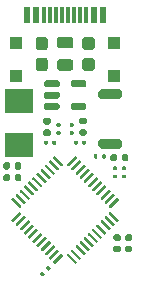
<source format=gbr>
%TF.GenerationSoftware,KiCad,Pcbnew,(5.1.8)-1*%
%TF.CreationDate,2021-02-16T22:48:13+07:00*%
%TF.ProjectId,ArduinoMicroC,41726475-696e-46f4-9d69-63726f432e6b,rev?*%
%TF.SameCoordinates,Original*%
%TF.FileFunction,Paste,Top*%
%TF.FilePolarity,Positive*%
%FSLAX46Y46*%
G04 Gerber Fmt 4.6, Leading zero omitted, Abs format (unit mm)*
G04 Created by KiCad (PCBNEW (5.1.8)-1) date 2021-02-16 22:48:13*
%MOMM*%
%LPD*%
G01*
G04 APERTURE LIST*
%ADD10R,2.400000X2.000000*%
%ADD11R,1.100000X1.100000*%
%ADD12R,0.600000X1.450000*%
%ADD13R,0.300000X1.450000*%
G04 APERTURE END LIST*
%TO.C,R7*%
G36*
G01*
X144376720Y-92574280D02*
X144376720Y-92373280D01*
G75*
G02*
X144456220Y-92293780I79500J0D01*
G01*
X144615220Y-92293780D01*
G75*
G02*
X144694720Y-92373280I0J-79500D01*
G01*
X144694720Y-92574280D01*
G75*
G02*
X144615220Y-92653780I-79500J0D01*
G01*
X144456220Y-92653780D01*
G75*
G02*
X144376720Y-92574280I0J79500D01*
G01*
G37*
G36*
G01*
X143686720Y-92574280D02*
X143686720Y-92373280D01*
G75*
G02*
X143766220Y-92293780I79500J0D01*
G01*
X143925220Y-92293780D01*
G75*
G02*
X144004720Y-92373280I0J-79500D01*
G01*
X144004720Y-92574280D01*
G75*
G02*
X143925220Y-92653780I-79500J0D01*
G01*
X143766220Y-92653780D01*
G75*
G02*
X143686720Y-92574280I0J79500D01*
G01*
G37*
%TD*%
%TO.C,U2*%
G36*
G01*
X145155048Y-97180698D02*
X145826800Y-97852450D01*
G75*
G02*
X145826800Y-97940838I-44194J-44194D01*
G01*
X145738412Y-98029226D01*
G75*
G02*
X145650024Y-98029226I-44194J44194D01*
G01*
X144978272Y-97357474D01*
G75*
G02*
X144978272Y-97269086I44194J44194D01*
G01*
X145066660Y-97180698D01*
G75*
G02*
X145155048Y-97180698I44194J-44194D01*
G01*
G37*
G36*
G01*
X144801494Y-97534251D02*
X145473246Y-98206003D01*
G75*
G02*
X145473246Y-98294391I-44194J-44194D01*
G01*
X145384858Y-98382779D01*
G75*
G02*
X145296470Y-98382779I-44194J44194D01*
G01*
X144624718Y-97711027D01*
G75*
G02*
X144624718Y-97622639I44194J44194D01*
G01*
X144713106Y-97534251D01*
G75*
G02*
X144801494Y-97534251I44194J-44194D01*
G01*
G37*
G36*
G01*
X144447941Y-97887805D02*
X145119693Y-98559557D01*
G75*
G02*
X145119693Y-98647945I-44194J-44194D01*
G01*
X145031305Y-98736333D01*
G75*
G02*
X144942917Y-98736333I-44194J44194D01*
G01*
X144271165Y-98064581D01*
G75*
G02*
X144271165Y-97976193I44194J44194D01*
G01*
X144359553Y-97887805D01*
G75*
G02*
X144447941Y-97887805I44194J-44194D01*
G01*
G37*
G36*
G01*
X144094388Y-98241358D02*
X144766140Y-98913110D01*
G75*
G02*
X144766140Y-99001498I-44194J-44194D01*
G01*
X144677752Y-99089886D01*
G75*
G02*
X144589364Y-99089886I-44194J44194D01*
G01*
X143917612Y-98418134D01*
G75*
G02*
X143917612Y-98329746I44194J44194D01*
G01*
X144006000Y-98241358D01*
G75*
G02*
X144094388Y-98241358I44194J-44194D01*
G01*
G37*
G36*
G01*
X143740834Y-98594911D02*
X144412586Y-99266663D01*
G75*
G02*
X144412586Y-99355051I-44194J-44194D01*
G01*
X144324198Y-99443439D01*
G75*
G02*
X144235810Y-99443439I-44194J44194D01*
G01*
X143564058Y-98771687D01*
G75*
G02*
X143564058Y-98683299I44194J44194D01*
G01*
X143652446Y-98594911D01*
G75*
G02*
X143740834Y-98594911I44194J-44194D01*
G01*
G37*
G36*
G01*
X143387281Y-98948465D02*
X144059033Y-99620217D01*
G75*
G02*
X144059033Y-99708605I-44194J-44194D01*
G01*
X143970645Y-99796993D01*
G75*
G02*
X143882257Y-99796993I-44194J44194D01*
G01*
X143210505Y-99125241D01*
G75*
G02*
X143210505Y-99036853I44194J44194D01*
G01*
X143298893Y-98948465D01*
G75*
G02*
X143387281Y-98948465I44194J-44194D01*
G01*
G37*
G36*
G01*
X143033727Y-99302018D02*
X143705479Y-99973770D01*
G75*
G02*
X143705479Y-100062158I-44194J-44194D01*
G01*
X143617091Y-100150546D01*
G75*
G02*
X143528703Y-100150546I-44194J44194D01*
G01*
X142856951Y-99478794D01*
G75*
G02*
X142856951Y-99390406I44194J44194D01*
G01*
X142945339Y-99302018D01*
G75*
G02*
X143033727Y-99302018I44194J-44194D01*
G01*
G37*
G36*
G01*
X142680174Y-99655572D02*
X143351926Y-100327324D01*
G75*
G02*
X143351926Y-100415712I-44194J-44194D01*
G01*
X143263538Y-100504100D01*
G75*
G02*
X143175150Y-100504100I-44194J44194D01*
G01*
X142503398Y-99832348D01*
G75*
G02*
X142503398Y-99743960I44194J44194D01*
G01*
X142591786Y-99655572D01*
G75*
G02*
X142680174Y-99655572I44194J-44194D01*
G01*
G37*
G36*
G01*
X142326621Y-100009125D02*
X142998373Y-100680877D01*
G75*
G02*
X142998373Y-100769265I-44194J-44194D01*
G01*
X142909985Y-100857653D01*
G75*
G02*
X142821597Y-100857653I-44194J44194D01*
G01*
X142149845Y-100185901D01*
G75*
G02*
X142149845Y-100097513I44194J44194D01*
G01*
X142238233Y-100009125D01*
G75*
G02*
X142326621Y-100009125I44194J-44194D01*
G01*
G37*
G36*
G01*
X141973067Y-100362678D02*
X142644819Y-101034430D01*
G75*
G02*
X142644819Y-101122818I-44194J-44194D01*
G01*
X142556431Y-101211206D01*
G75*
G02*
X142468043Y-101211206I-44194J44194D01*
G01*
X141796291Y-100539454D01*
G75*
G02*
X141796291Y-100451066I44194J44194D01*
G01*
X141884679Y-100362678D01*
G75*
G02*
X141973067Y-100362678I44194J-44194D01*
G01*
G37*
G36*
G01*
X141619514Y-100716232D02*
X142291266Y-101387984D01*
G75*
G02*
X142291266Y-101476372I-44194J-44194D01*
G01*
X142202878Y-101564760D01*
G75*
G02*
X142114490Y-101564760I-44194J44194D01*
G01*
X141442738Y-100893008D01*
G75*
G02*
X141442738Y-100804620I44194J44194D01*
G01*
X141531126Y-100716232D01*
G75*
G02*
X141619514Y-100716232I44194J-44194D01*
G01*
G37*
G36*
G01*
X141018474Y-100716232D02*
X141106862Y-100804620D01*
G75*
G02*
X141106862Y-100893008I-44194J-44194D01*
G01*
X140435110Y-101564760D01*
G75*
G02*
X140346722Y-101564760I-44194J44194D01*
G01*
X140258334Y-101476372D01*
G75*
G02*
X140258334Y-101387984I44194J44194D01*
G01*
X140930086Y-100716232D01*
G75*
G02*
X141018474Y-100716232I44194J-44194D01*
G01*
G37*
G36*
G01*
X140664921Y-100362678D02*
X140753309Y-100451066D01*
G75*
G02*
X140753309Y-100539454I-44194J-44194D01*
G01*
X140081557Y-101211206D01*
G75*
G02*
X139993169Y-101211206I-44194J44194D01*
G01*
X139904781Y-101122818D01*
G75*
G02*
X139904781Y-101034430I44194J44194D01*
G01*
X140576533Y-100362678D01*
G75*
G02*
X140664921Y-100362678I44194J-44194D01*
G01*
G37*
G36*
G01*
X140311367Y-100009125D02*
X140399755Y-100097513D01*
G75*
G02*
X140399755Y-100185901I-44194J-44194D01*
G01*
X139728003Y-100857653D01*
G75*
G02*
X139639615Y-100857653I-44194J44194D01*
G01*
X139551227Y-100769265D01*
G75*
G02*
X139551227Y-100680877I44194J44194D01*
G01*
X140222979Y-100009125D01*
G75*
G02*
X140311367Y-100009125I44194J-44194D01*
G01*
G37*
G36*
G01*
X139957814Y-99655572D02*
X140046202Y-99743960D01*
G75*
G02*
X140046202Y-99832348I-44194J-44194D01*
G01*
X139374450Y-100504100D01*
G75*
G02*
X139286062Y-100504100I-44194J44194D01*
G01*
X139197674Y-100415712D01*
G75*
G02*
X139197674Y-100327324I44194J44194D01*
G01*
X139869426Y-99655572D01*
G75*
G02*
X139957814Y-99655572I44194J-44194D01*
G01*
G37*
G36*
G01*
X139604261Y-99302018D02*
X139692649Y-99390406D01*
G75*
G02*
X139692649Y-99478794I-44194J-44194D01*
G01*
X139020897Y-100150546D01*
G75*
G02*
X138932509Y-100150546I-44194J44194D01*
G01*
X138844121Y-100062158D01*
G75*
G02*
X138844121Y-99973770I44194J44194D01*
G01*
X139515873Y-99302018D01*
G75*
G02*
X139604261Y-99302018I44194J-44194D01*
G01*
G37*
G36*
G01*
X139250707Y-98948465D02*
X139339095Y-99036853D01*
G75*
G02*
X139339095Y-99125241I-44194J-44194D01*
G01*
X138667343Y-99796993D01*
G75*
G02*
X138578955Y-99796993I-44194J44194D01*
G01*
X138490567Y-99708605D01*
G75*
G02*
X138490567Y-99620217I44194J44194D01*
G01*
X139162319Y-98948465D01*
G75*
G02*
X139250707Y-98948465I44194J-44194D01*
G01*
G37*
G36*
G01*
X138897154Y-98594911D02*
X138985542Y-98683299D01*
G75*
G02*
X138985542Y-98771687I-44194J-44194D01*
G01*
X138313790Y-99443439D01*
G75*
G02*
X138225402Y-99443439I-44194J44194D01*
G01*
X138137014Y-99355051D01*
G75*
G02*
X138137014Y-99266663I44194J44194D01*
G01*
X138808766Y-98594911D01*
G75*
G02*
X138897154Y-98594911I44194J-44194D01*
G01*
G37*
G36*
G01*
X138543600Y-98241358D02*
X138631988Y-98329746D01*
G75*
G02*
X138631988Y-98418134I-44194J-44194D01*
G01*
X137960236Y-99089886D01*
G75*
G02*
X137871848Y-99089886I-44194J44194D01*
G01*
X137783460Y-99001498D01*
G75*
G02*
X137783460Y-98913110I44194J44194D01*
G01*
X138455212Y-98241358D01*
G75*
G02*
X138543600Y-98241358I44194J-44194D01*
G01*
G37*
G36*
G01*
X138190047Y-97887805D02*
X138278435Y-97976193D01*
G75*
G02*
X138278435Y-98064581I-44194J-44194D01*
G01*
X137606683Y-98736333D01*
G75*
G02*
X137518295Y-98736333I-44194J44194D01*
G01*
X137429907Y-98647945D01*
G75*
G02*
X137429907Y-98559557I44194J44194D01*
G01*
X138101659Y-97887805D01*
G75*
G02*
X138190047Y-97887805I44194J-44194D01*
G01*
G37*
G36*
G01*
X137836494Y-97534251D02*
X137924882Y-97622639D01*
G75*
G02*
X137924882Y-97711027I-44194J-44194D01*
G01*
X137253130Y-98382779D01*
G75*
G02*
X137164742Y-98382779I-44194J44194D01*
G01*
X137076354Y-98294391D01*
G75*
G02*
X137076354Y-98206003I44194J44194D01*
G01*
X137748106Y-97534251D01*
G75*
G02*
X137836494Y-97534251I44194J-44194D01*
G01*
G37*
G36*
G01*
X137482940Y-97180698D02*
X137571328Y-97269086D01*
G75*
G02*
X137571328Y-97357474I-44194J-44194D01*
G01*
X136899576Y-98029226D01*
G75*
G02*
X136811188Y-98029226I-44194J44194D01*
G01*
X136722800Y-97940838D01*
G75*
G02*
X136722800Y-97852450I44194J44194D01*
G01*
X137394552Y-97180698D01*
G75*
G02*
X137482940Y-97180698I44194J-44194D01*
G01*
G37*
G36*
G01*
X136899576Y-95996294D02*
X137571328Y-96668046D01*
G75*
G02*
X137571328Y-96756434I-44194J-44194D01*
G01*
X137482940Y-96844822D01*
G75*
G02*
X137394552Y-96844822I-44194J44194D01*
G01*
X136722800Y-96173070D01*
G75*
G02*
X136722800Y-96084682I44194J44194D01*
G01*
X136811188Y-95996294D01*
G75*
G02*
X136899576Y-95996294I44194J-44194D01*
G01*
G37*
G36*
G01*
X137253130Y-95642741D02*
X137924882Y-96314493D01*
G75*
G02*
X137924882Y-96402881I-44194J-44194D01*
G01*
X137836494Y-96491269D01*
G75*
G02*
X137748106Y-96491269I-44194J44194D01*
G01*
X137076354Y-95819517D01*
G75*
G02*
X137076354Y-95731129I44194J44194D01*
G01*
X137164742Y-95642741D01*
G75*
G02*
X137253130Y-95642741I44194J-44194D01*
G01*
G37*
G36*
G01*
X137606683Y-95289187D02*
X138278435Y-95960939D01*
G75*
G02*
X138278435Y-96049327I-44194J-44194D01*
G01*
X138190047Y-96137715D01*
G75*
G02*
X138101659Y-96137715I-44194J44194D01*
G01*
X137429907Y-95465963D01*
G75*
G02*
X137429907Y-95377575I44194J44194D01*
G01*
X137518295Y-95289187D01*
G75*
G02*
X137606683Y-95289187I44194J-44194D01*
G01*
G37*
G36*
G01*
X137960236Y-94935634D02*
X138631988Y-95607386D01*
G75*
G02*
X138631988Y-95695774I-44194J-44194D01*
G01*
X138543600Y-95784162D01*
G75*
G02*
X138455212Y-95784162I-44194J44194D01*
G01*
X137783460Y-95112410D01*
G75*
G02*
X137783460Y-95024022I44194J44194D01*
G01*
X137871848Y-94935634D01*
G75*
G02*
X137960236Y-94935634I44194J-44194D01*
G01*
G37*
G36*
G01*
X138313790Y-94582081D02*
X138985542Y-95253833D01*
G75*
G02*
X138985542Y-95342221I-44194J-44194D01*
G01*
X138897154Y-95430609D01*
G75*
G02*
X138808766Y-95430609I-44194J44194D01*
G01*
X138137014Y-94758857D01*
G75*
G02*
X138137014Y-94670469I44194J44194D01*
G01*
X138225402Y-94582081D01*
G75*
G02*
X138313790Y-94582081I44194J-44194D01*
G01*
G37*
G36*
G01*
X138667343Y-94228527D02*
X139339095Y-94900279D01*
G75*
G02*
X139339095Y-94988667I-44194J-44194D01*
G01*
X139250707Y-95077055D01*
G75*
G02*
X139162319Y-95077055I-44194J44194D01*
G01*
X138490567Y-94405303D01*
G75*
G02*
X138490567Y-94316915I44194J44194D01*
G01*
X138578955Y-94228527D01*
G75*
G02*
X138667343Y-94228527I44194J-44194D01*
G01*
G37*
G36*
G01*
X139020897Y-93874974D02*
X139692649Y-94546726D01*
G75*
G02*
X139692649Y-94635114I-44194J-44194D01*
G01*
X139604261Y-94723502D01*
G75*
G02*
X139515873Y-94723502I-44194J44194D01*
G01*
X138844121Y-94051750D01*
G75*
G02*
X138844121Y-93963362I44194J44194D01*
G01*
X138932509Y-93874974D01*
G75*
G02*
X139020897Y-93874974I44194J-44194D01*
G01*
G37*
G36*
G01*
X139374450Y-93521420D02*
X140046202Y-94193172D01*
G75*
G02*
X140046202Y-94281560I-44194J-44194D01*
G01*
X139957814Y-94369948D01*
G75*
G02*
X139869426Y-94369948I-44194J44194D01*
G01*
X139197674Y-93698196D01*
G75*
G02*
X139197674Y-93609808I44194J44194D01*
G01*
X139286062Y-93521420D01*
G75*
G02*
X139374450Y-93521420I44194J-44194D01*
G01*
G37*
G36*
G01*
X139728003Y-93167867D02*
X140399755Y-93839619D01*
G75*
G02*
X140399755Y-93928007I-44194J-44194D01*
G01*
X140311367Y-94016395D01*
G75*
G02*
X140222979Y-94016395I-44194J44194D01*
G01*
X139551227Y-93344643D01*
G75*
G02*
X139551227Y-93256255I44194J44194D01*
G01*
X139639615Y-93167867D01*
G75*
G02*
X139728003Y-93167867I44194J-44194D01*
G01*
G37*
G36*
G01*
X140081557Y-92814314D02*
X140753309Y-93486066D01*
G75*
G02*
X140753309Y-93574454I-44194J-44194D01*
G01*
X140664921Y-93662842D01*
G75*
G02*
X140576533Y-93662842I-44194J44194D01*
G01*
X139904781Y-92991090D01*
G75*
G02*
X139904781Y-92902702I44194J44194D01*
G01*
X139993169Y-92814314D01*
G75*
G02*
X140081557Y-92814314I44194J-44194D01*
G01*
G37*
G36*
G01*
X140435110Y-92460760D02*
X141106862Y-93132512D01*
G75*
G02*
X141106862Y-93220900I-44194J-44194D01*
G01*
X141018474Y-93309288D01*
G75*
G02*
X140930086Y-93309288I-44194J44194D01*
G01*
X140258334Y-92637536D01*
G75*
G02*
X140258334Y-92549148I44194J44194D01*
G01*
X140346722Y-92460760D01*
G75*
G02*
X140435110Y-92460760I44194J-44194D01*
G01*
G37*
G36*
G01*
X142202878Y-92460760D02*
X142291266Y-92549148D01*
G75*
G02*
X142291266Y-92637536I-44194J-44194D01*
G01*
X141619514Y-93309288D01*
G75*
G02*
X141531126Y-93309288I-44194J44194D01*
G01*
X141442738Y-93220900D01*
G75*
G02*
X141442738Y-93132512I44194J44194D01*
G01*
X142114490Y-92460760D01*
G75*
G02*
X142202878Y-92460760I44194J-44194D01*
G01*
G37*
G36*
G01*
X142556431Y-92814314D02*
X142644819Y-92902702D01*
G75*
G02*
X142644819Y-92991090I-44194J-44194D01*
G01*
X141973067Y-93662842D01*
G75*
G02*
X141884679Y-93662842I-44194J44194D01*
G01*
X141796291Y-93574454D01*
G75*
G02*
X141796291Y-93486066I44194J44194D01*
G01*
X142468043Y-92814314D01*
G75*
G02*
X142556431Y-92814314I44194J-44194D01*
G01*
G37*
G36*
G01*
X142909985Y-93167867D02*
X142998373Y-93256255D01*
G75*
G02*
X142998373Y-93344643I-44194J-44194D01*
G01*
X142326621Y-94016395D01*
G75*
G02*
X142238233Y-94016395I-44194J44194D01*
G01*
X142149845Y-93928007D01*
G75*
G02*
X142149845Y-93839619I44194J44194D01*
G01*
X142821597Y-93167867D01*
G75*
G02*
X142909985Y-93167867I44194J-44194D01*
G01*
G37*
G36*
G01*
X143263538Y-93521420D02*
X143351926Y-93609808D01*
G75*
G02*
X143351926Y-93698196I-44194J-44194D01*
G01*
X142680174Y-94369948D01*
G75*
G02*
X142591786Y-94369948I-44194J44194D01*
G01*
X142503398Y-94281560D01*
G75*
G02*
X142503398Y-94193172I44194J44194D01*
G01*
X143175150Y-93521420D01*
G75*
G02*
X143263538Y-93521420I44194J-44194D01*
G01*
G37*
G36*
G01*
X143617091Y-93874974D02*
X143705479Y-93963362D01*
G75*
G02*
X143705479Y-94051750I-44194J-44194D01*
G01*
X143033727Y-94723502D01*
G75*
G02*
X142945339Y-94723502I-44194J44194D01*
G01*
X142856951Y-94635114D01*
G75*
G02*
X142856951Y-94546726I44194J44194D01*
G01*
X143528703Y-93874974D01*
G75*
G02*
X143617091Y-93874974I44194J-44194D01*
G01*
G37*
G36*
G01*
X143970645Y-94228527D02*
X144059033Y-94316915D01*
G75*
G02*
X144059033Y-94405303I-44194J-44194D01*
G01*
X143387281Y-95077055D01*
G75*
G02*
X143298893Y-95077055I-44194J44194D01*
G01*
X143210505Y-94988667D01*
G75*
G02*
X143210505Y-94900279I44194J44194D01*
G01*
X143882257Y-94228527D01*
G75*
G02*
X143970645Y-94228527I44194J-44194D01*
G01*
G37*
G36*
G01*
X144324198Y-94582081D02*
X144412586Y-94670469D01*
G75*
G02*
X144412586Y-94758857I-44194J-44194D01*
G01*
X143740834Y-95430609D01*
G75*
G02*
X143652446Y-95430609I-44194J44194D01*
G01*
X143564058Y-95342221D01*
G75*
G02*
X143564058Y-95253833I44194J44194D01*
G01*
X144235810Y-94582081D01*
G75*
G02*
X144324198Y-94582081I44194J-44194D01*
G01*
G37*
G36*
G01*
X144677752Y-94935634D02*
X144766140Y-95024022D01*
G75*
G02*
X144766140Y-95112410I-44194J-44194D01*
G01*
X144094388Y-95784162D01*
G75*
G02*
X144006000Y-95784162I-44194J44194D01*
G01*
X143917612Y-95695774D01*
G75*
G02*
X143917612Y-95607386I44194J44194D01*
G01*
X144589364Y-94935634D01*
G75*
G02*
X144677752Y-94935634I44194J-44194D01*
G01*
G37*
G36*
G01*
X145031305Y-95289187D02*
X145119693Y-95377575D01*
G75*
G02*
X145119693Y-95465963I-44194J-44194D01*
G01*
X144447941Y-96137715D01*
G75*
G02*
X144359553Y-96137715I-44194J44194D01*
G01*
X144271165Y-96049327D01*
G75*
G02*
X144271165Y-95960939I44194J44194D01*
G01*
X144942917Y-95289187D01*
G75*
G02*
X145031305Y-95289187I44194J-44194D01*
G01*
G37*
G36*
G01*
X145384858Y-95642741D02*
X145473246Y-95731129D01*
G75*
G02*
X145473246Y-95819517I-44194J-44194D01*
G01*
X144801494Y-96491269D01*
G75*
G02*
X144713106Y-96491269I-44194J44194D01*
G01*
X144624718Y-96402881D01*
G75*
G02*
X144624718Y-96314493I44194J44194D01*
G01*
X145296470Y-95642741D01*
G75*
G02*
X145384858Y-95642741I44194J-44194D01*
G01*
G37*
G36*
G01*
X145738412Y-95996294D02*
X145826800Y-96084682D01*
G75*
G02*
X145826800Y-96173070I-44194J-44194D01*
G01*
X145155048Y-96844822D01*
G75*
G02*
X145066660Y-96844822I-44194J44194D01*
G01*
X144978272Y-96756434D01*
G75*
G02*
X144978272Y-96668046I44194J44194D01*
G01*
X145650024Y-95996294D01*
G75*
G02*
X145738412Y-95996294I44194J-44194D01*
G01*
G37*
%TD*%
%TO.C,C7*%
G36*
G01*
X145669660Y-92410460D02*
X145669660Y-92750460D01*
G75*
G02*
X145529660Y-92890460I-140000J0D01*
G01*
X145249660Y-92890460D01*
G75*
G02*
X145109660Y-92750460I0J140000D01*
G01*
X145109660Y-92410460D01*
G75*
G02*
X145249660Y-92270460I140000J0D01*
G01*
X145529660Y-92270460D01*
G75*
G02*
X145669660Y-92410460I0J-140000D01*
G01*
G37*
G36*
G01*
X146629660Y-92410460D02*
X146629660Y-92750460D01*
G75*
G02*
X146489660Y-92890460I-140000J0D01*
G01*
X146209660Y-92890460D01*
G75*
G02*
X146069660Y-92750460I0J140000D01*
G01*
X146069660Y-92410460D01*
G75*
G02*
X146209660Y-92270460I140000J0D01*
G01*
X146489660Y-92270460D01*
G75*
G02*
X146629660Y-92410460I0J-140000D01*
G01*
G37*
%TD*%
%TO.C,C5*%
G36*
G01*
X137001860Y-94444640D02*
X137001860Y-94104640D01*
G75*
G02*
X137141860Y-93964640I140000J0D01*
G01*
X137421860Y-93964640D01*
G75*
G02*
X137561860Y-94104640I0J-140000D01*
G01*
X137561860Y-94444640D01*
G75*
G02*
X137421860Y-94584640I-140000J0D01*
G01*
X137141860Y-94584640D01*
G75*
G02*
X137001860Y-94444640I0J140000D01*
G01*
G37*
G36*
G01*
X136041860Y-94444640D02*
X136041860Y-94104640D01*
G75*
G02*
X136181860Y-93964640I140000J0D01*
G01*
X136461860Y-93964640D01*
G75*
G02*
X136601860Y-94104640I0J-140000D01*
G01*
X136601860Y-94444640D01*
G75*
G02*
X136461860Y-94584640I-140000J0D01*
G01*
X136181860Y-94584640D01*
G75*
G02*
X136041860Y-94444640I0J140000D01*
G01*
G37*
%TD*%
%TO.C,C4*%
G36*
G01*
X136601860Y-93114040D02*
X136601860Y-93454040D01*
G75*
G02*
X136461860Y-93594040I-140000J0D01*
G01*
X136181860Y-93594040D01*
G75*
G02*
X136041860Y-93454040I0J140000D01*
G01*
X136041860Y-93114040D01*
G75*
G02*
X136181860Y-92974040I140000J0D01*
G01*
X136461860Y-92974040D01*
G75*
G02*
X136601860Y-93114040I0J-140000D01*
G01*
G37*
G36*
G01*
X137561860Y-93114040D02*
X137561860Y-93454040D01*
G75*
G02*
X137421860Y-93594040I-140000J0D01*
G01*
X137141860Y-93594040D01*
G75*
G02*
X137001860Y-93454040I0J140000D01*
G01*
X137001860Y-93114040D01*
G75*
G02*
X137141860Y-92974040I140000J0D01*
G01*
X137421860Y-92974040D01*
G75*
G02*
X137561860Y-93114040I0J-140000D01*
G01*
G37*
%TD*%
%TO.C,D2*%
G36*
G01*
X139902980Y-89786960D02*
X139557980Y-89786960D01*
G75*
G02*
X139410480Y-89639460I0J147500D01*
G01*
X139410480Y-89344460D01*
G75*
G02*
X139557980Y-89196960I147500J0D01*
G01*
X139902980Y-89196960D01*
G75*
G02*
X140050480Y-89344460I0J-147500D01*
G01*
X140050480Y-89639460D01*
G75*
G02*
X139902980Y-89786960I-147500J0D01*
G01*
G37*
G36*
G01*
X139902980Y-90756960D02*
X139557980Y-90756960D01*
G75*
G02*
X139410480Y-90609460I0J147500D01*
G01*
X139410480Y-90314460D01*
G75*
G02*
X139557980Y-90166960I147500J0D01*
G01*
X139902980Y-90166960D01*
G75*
G02*
X140050480Y-90314460I0J-147500D01*
G01*
X140050480Y-90609460D01*
G75*
G02*
X139902980Y-90756960I-147500J0D01*
G01*
G37*
%TD*%
%TO.C,C2*%
G36*
G01*
X142616100Y-90166800D02*
X142956100Y-90166800D01*
G75*
G02*
X143096100Y-90306800I0J-140000D01*
G01*
X143096100Y-90586800D01*
G75*
G02*
X142956100Y-90726800I-140000J0D01*
G01*
X142616100Y-90726800D01*
G75*
G02*
X142476100Y-90586800I0J140000D01*
G01*
X142476100Y-90306800D01*
G75*
G02*
X142616100Y-90166800I140000J0D01*
G01*
G37*
G36*
G01*
X142616100Y-89206800D02*
X142956100Y-89206800D01*
G75*
G02*
X143096100Y-89346800I0J-140000D01*
G01*
X143096100Y-89626800D01*
G75*
G02*
X142956100Y-89766800I-140000J0D01*
G01*
X142616100Y-89766800D01*
G75*
G02*
X142476100Y-89626800I0J140000D01*
G01*
X142476100Y-89346800D01*
G75*
G02*
X142616100Y-89206800I140000J0D01*
G01*
G37*
%TD*%
D10*
%TO.C,Y1*%
X137360660Y-87817080D03*
X137360660Y-91517080D03*
%TD*%
%TO.C,SW2*%
G36*
G01*
X144274640Y-86806400D02*
X145874640Y-86806400D01*
G75*
G02*
X146074640Y-87006400I0J-200000D01*
G01*
X146074640Y-87406400D01*
G75*
G02*
X145874640Y-87606400I-200000J0D01*
G01*
X144274640Y-87606400D01*
G75*
G02*
X144074640Y-87406400I0J200000D01*
G01*
X144074640Y-87006400D01*
G75*
G02*
X144274640Y-86806400I200000J0D01*
G01*
G37*
G36*
G01*
X144274640Y-91006400D02*
X145874640Y-91006400D01*
G75*
G02*
X146074640Y-91206400I0J-200000D01*
G01*
X146074640Y-91606400D01*
G75*
G02*
X145874640Y-91806400I-200000J0D01*
G01*
X144274640Y-91806400D01*
G75*
G02*
X144074640Y-91606400I0J200000D01*
G01*
X144074640Y-91206400D01*
G75*
G02*
X144274640Y-91006400I200000J0D01*
G01*
G37*
%TD*%
%TO.C,U1*%
G36*
G01*
X141747260Y-86486980D02*
X141747260Y-86186980D01*
G75*
G02*
X141897260Y-86036980I150000J0D01*
G01*
X142922260Y-86036980D01*
G75*
G02*
X143072260Y-86186980I0J-150000D01*
G01*
X143072260Y-86486980D01*
G75*
G02*
X142922260Y-86636980I-150000J0D01*
G01*
X141897260Y-86636980D01*
G75*
G02*
X141747260Y-86486980I0J150000D01*
G01*
G37*
G36*
G01*
X141747260Y-88386980D02*
X141747260Y-88086980D01*
G75*
G02*
X141897260Y-87936980I150000J0D01*
G01*
X142922260Y-87936980D01*
G75*
G02*
X143072260Y-88086980I0J-150000D01*
G01*
X143072260Y-88386980D01*
G75*
G02*
X142922260Y-88536980I-150000J0D01*
G01*
X141897260Y-88536980D01*
G75*
G02*
X141747260Y-88386980I0J150000D01*
G01*
G37*
G36*
G01*
X139472260Y-88386980D02*
X139472260Y-88086980D01*
G75*
G02*
X139622260Y-87936980I150000J0D01*
G01*
X140647260Y-87936980D01*
G75*
G02*
X140797260Y-88086980I0J-150000D01*
G01*
X140797260Y-88386980D01*
G75*
G02*
X140647260Y-88536980I-150000J0D01*
G01*
X139622260Y-88536980D01*
G75*
G02*
X139472260Y-88386980I0J150000D01*
G01*
G37*
G36*
G01*
X139472260Y-87436980D02*
X139472260Y-87136980D01*
G75*
G02*
X139622260Y-86986980I150000J0D01*
G01*
X140647260Y-86986980D01*
G75*
G02*
X140797260Y-87136980I0J-150000D01*
G01*
X140797260Y-87436980D01*
G75*
G02*
X140647260Y-87586980I-150000J0D01*
G01*
X139622260Y-87586980D01*
G75*
G02*
X139472260Y-87436980I0J150000D01*
G01*
G37*
G36*
G01*
X139472260Y-86486980D02*
X139472260Y-86186980D01*
G75*
G02*
X139622260Y-86036980I150000J0D01*
G01*
X140647260Y-86036980D01*
G75*
G02*
X140797260Y-86186980I0J-150000D01*
G01*
X140797260Y-86486980D01*
G75*
G02*
X140647260Y-86636980I-150000J0D01*
G01*
X139622260Y-86636980D01*
G75*
G02*
X139472260Y-86486980I0J150000D01*
G01*
G37*
%TD*%
%TO.C,F1*%
G36*
G01*
X140816010Y-84236980D02*
X141728510Y-84236980D01*
G75*
G02*
X141972260Y-84480730I0J-243750D01*
G01*
X141972260Y-84968230D01*
G75*
G02*
X141728510Y-85211980I-243750J0D01*
G01*
X140816010Y-85211980D01*
G75*
G02*
X140572260Y-84968230I0J243750D01*
G01*
X140572260Y-84480730D01*
G75*
G02*
X140816010Y-84236980I243750J0D01*
G01*
G37*
G36*
G01*
X140816010Y-82361980D02*
X141728510Y-82361980D01*
G75*
G02*
X141972260Y-82605730I0J-243750D01*
G01*
X141972260Y-83093230D01*
G75*
G02*
X141728510Y-83336980I-243750J0D01*
G01*
X140816010Y-83336980D01*
G75*
G02*
X140572260Y-83093230I0J243750D01*
G01*
X140572260Y-82605730D01*
G75*
G02*
X140816010Y-82361980I243750J0D01*
G01*
G37*
%TD*%
%TO.C,C3*%
G36*
G01*
X143525921Y-83479760D02*
X142975919Y-83479760D01*
G75*
G02*
X142725920Y-83229761I0J249999D01*
G01*
X142725920Y-82604759D01*
G75*
G02*
X142975919Y-82354760I249999J0D01*
G01*
X143525921Y-82354760D01*
G75*
G02*
X143775920Y-82604759I0J-249999D01*
G01*
X143775920Y-83229761D01*
G75*
G02*
X143525921Y-83479760I-249999J0D01*
G01*
G37*
G36*
G01*
X143525921Y-85254760D02*
X142975919Y-85254760D01*
G75*
G02*
X142725920Y-85004761I0J249999D01*
G01*
X142725920Y-84379759D01*
G75*
G02*
X142975919Y-84129760I249999J0D01*
G01*
X143525921Y-84129760D01*
G75*
G02*
X143775920Y-84379759I0J-249999D01*
G01*
X143775920Y-85004761D01*
G75*
G02*
X143525921Y-85254760I-249999J0D01*
G01*
G37*
%TD*%
D11*
%TO.C,D3*%
X145440400Y-82905140D03*
X145440400Y-85705140D03*
%TD*%
%TO.C,C1*%
G36*
G01*
X139563521Y-83479760D02*
X139013519Y-83479760D01*
G75*
G02*
X138763520Y-83229761I0J249999D01*
G01*
X138763520Y-82604759D01*
G75*
G02*
X139013519Y-82354760I249999J0D01*
G01*
X139563521Y-82354760D01*
G75*
G02*
X139813520Y-82604759I0J-249999D01*
G01*
X139813520Y-83229761D01*
G75*
G02*
X139563521Y-83479760I-249999J0D01*
G01*
G37*
G36*
G01*
X139563521Y-85254760D02*
X139013519Y-85254760D01*
G75*
G02*
X138763520Y-85004761I0J249999D01*
G01*
X138763520Y-84379759D01*
G75*
G02*
X139013519Y-84129760I249999J0D01*
G01*
X139563521Y-84129760D01*
G75*
G02*
X139813520Y-84379759I0J-249999D01*
G01*
X139813520Y-85004761D01*
G75*
G02*
X139563521Y-85254760I-249999J0D01*
G01*
G37*
%TD*%
%TO.C,C6*%
G36*
G01*
X145839000Y-99634700D02*
X145499000Y-99634700D01*
G75*
G02*
X145359000Y-99494700I0J140000D01*
G01*
X145359000Y-99214700D01*
G75*
G02*
X145499000Y-99074700I140000J0D01*
G01*
X145839000Y-99074700D01*
G75*
G02*
X145979000Y-99214700I0J-140000D01*
G01*
X145979000Y-99494700D01*
G75*
G02*
X145839000Y-99634700I-140000J0D01*
G01*
G37*
G36*
G01*
X145839000Y-100594700D02*
X145499000Y-100594700D01*
G75*
G02*
X145359000Y-100454700I0J140000D01*
G01*
X145359000Y-100174700D01*
G75*
G02*
X145499000Y-100034700I140000J0D01*
G01*
X145839000Y-100034700D01*
G75*
G02*
X145979000Y-100174700I0J-140000D01*
G01*
X145979000Y-100454700D01*
G75*
G02*
X145839000Y-100594700I-140000J0D01*
G01*
G37*
%TD*%
%TO.C,D1*%
X137101580Y-82907680D03*
X137101580Y-85707680D03*
%TD*%
%TO.C,C8*%
G36*
G01*
X146476900Y-100034700D02*
X146816900Y-100034700D01*
G75*
G02*
X146956900Y-100174700I0J-140000D01*
G01*
X146956900Y-100454700D01*
G75*
G02*
X146816900Y-100594700I-140000J0D01*
G01*
X146476900Y-100594700D01*
G75*
G02*
X146336900Y-100454700I0J140000D01*
G01*
X146336900Y-100174700D01*
G75*
G02*
X146476900Y-100034700I140000J0D01*
G01*
G37*
G36*
G01*
X146476900Y-99074700D02*
X146816900Y-99074700D01*
G75*
G02*
X146956900Y-99214700I0J-140000D01*
G01*
X146956900Y-99494700D01*
G75*
G02*
X146816900Y-99634700I-140000J0D01*
G01*
X146476900Y-99634700D01*
G75*
G02*
X146336900Y-99494700I0J140000D01*
G01*
X146336900Y-99214700D01*
G75*
G02*
X146476900Y-99074700I140000J0D01*
G01*
G37*
%TD*%
D12*
%TO.C,J1*%
X138012100Y-80511700D03*
X138812100Y-80511700D03*
X143712100Y-80511700D03*
X144512100Y-80511700D03*
X144512100Y-80511700D03*
X143712100Y-80511700D03*
X138812100Y-80511700D03*
X138012100Y-80511700D03*
D13*
X143012100Y-80511700D03*
X142512100Y-80511700D03*
X142012100Y-80511700D03*
X141012100Y-80511700D03*
X140512100Y-80511700D03*
X140012100Y-80511700D03*
X139512100Y-80511700D03*
X141512100Y-80511700D03*
%TD*%
%TO.C,R3*%
G36*
G01*
X142346100Y-91212500D02*
X142346100Y-91413500D01*
G75*
G02*
X142266600Y-91493000I-79500J0D01*
G01*
X142107600Y-91493000D01*
G75*
G02*
X142028100Y-91413500I0J79500D01*
G01*
X142028100Y-91212500D01*
G75*
G02*
X142107600Y-91133000I79500J0D01*
G01*
X142266600Y-91133000D01*
G75*
G02*
X142346100Y-91212500I0J-79500D01*
G01*
G37*
G36*
G01*
X143036100Y-91212500D02*
X143036100Y-91413500D01*
G75*
G02*
X142956600Y-91493000I-79500J0D01*
G01*
X142797600Y-91493000D01*
G75*
G02*
X142718100Y-91413500I0J79500D01*
G01*
X142718100Y-91212500D01*
G75*
G02*
X142797600Y-91133000I79500J0D01*
G01*
X142956600Y-91133000D01*
G75*
G02*
X143036100Y-91212500I0J-79500D01*
G01*
G37*
%TD*%
%TO.C,R5*%
G36*
G01*
X140190800Y-91413500D02*
X140190800Y-91212500D01*
G75*
G02*
X140270300Y-91133000I79500J0D01*
G01*
X140429300Y-91133000D01*
G75*
G02*
X140508800Y-91212500I0J-79500D01*
G01*
X140508800Y-91413500D01*
G75*
G02*
X140429300Y-91493000I-79500J0D01*
G01*
X140270300Y-91493000D01*
G75*
G02*
X140190800Y-91413500I0J79500D01*
G01*
G37*
G36*
G01*
X139500800Y-91413500D02*
X139500800Y-91212500D01*
G75*
G02*
X139580300Y-91133000I79500J0D01*
G01*
X139739300Y-91133000D01*
G75*
G02*
X139818800Y-91212500I0J-79500D01*
G01*
X139818800Y-91413500D01*
G75*
G02*
X139739300Y-91493000I-79500J0D01*
G01*
X139580300Y-91493000D01*
G75*
G02*
X139500800Y-91413500I0J79500D01*
G01*
G37*
%TD*%
%TO.C,R10*%
G36*
G01*
X140803800Y-89958600D02*
X140602800Y-89958600D01*
G75*
G02*
X140523300Y-89879100I0J79500D01*
G01*
X140523300Y-89720100D01*
G75*
G02*
X140602800Y-89640600I79500J0D01*
G01*
X140803800Y-89640600D01*
G75*
G02*
X140883300Y-89720100I0J-79500D01*
G01*
X140883300Y-89879100D01*
G75*
G02*
X140803800Y-89958600I-79500J0D01*
G01*
G37*
G36*
G01*
X140803800Y-90648600D02*
X140602800Y-90648600D01*
G75*
G02*
X140523300Y-90569100I0J79500D01*
G01*
X140523300Y-90410100D01*
G75*
G02*
X140602800Y-90330600I79500J0D01*
G01*
X140803800Y-90330600D01*
G75*
G02*
X140883300Y-90410100I0J-79500D01*
G01*
X140883300Y-90569100D01*
G75*
G02*
X140803800Y-90648600I-79500J0D01*
G01*
G37*
%TD*%
%TO.C,R6*%
G36*
G01*
X139405974Y-102272598D02*
X139548102Y-102414726D01*
G75*
G02*
X139548102Y-102527156I-56215J-56215D01*
G01*
X139435672Y-102639586D01*
G75*
G02*
X139323242Y-102639586I-56215J56215D01*
G01*
X139181114Y-102497458D01*
G75*
G02*
X139181114Y-102385028I56215J56215D01*
G01*
X139293544Y-102272598D01*
G75*
G02*
X139405974Y-102272598I56215J-56215D01*
G01*
G37*
G36*
G01*
X139893878Y-101784694D02*
X140036006Y-101926822D01*
G75*
G02*
X140036006Y-102039252I-56215J-56215D01*
G01*
X139923576Y-102151682D01*
G75*
G02*
X139811146Y-102151682I-56215J56215D01*
G01*
X139669018Y-102009554D01*
G75*
G02*
X139669018Y-101897124I56215J56215D01*
G01*
X139781448Y-101784694D01*
G75*
G02*
X139893878Y-101784694I56215J-56215D01*
G01*
G37*
%TD*%
%TO.C,R4*%
G36*
G01*
X141720400Y-90330600D02*
X141921400Y-90330600D01*
G75*
G02*
X142000900Y-90410100I0J-79500D01*
G01*
X142000900Y-90569100D01*
G75*
G02*
X141921400Y-90648600I-79500J0D01*
G01*
X141720400Y-90648600D01*
G75*
G02*
X141640900Y-90569100I0J79500D01*
G01*
X141640900Y-90410100D01*
G75*
G02*
X141720400Y-90330600I79500J0D01*
G01*
G37*
G36*
G01*
X141720400Y-89640600D02*
X141921400Y-89640600D01*
G75*
G02*
X142000900Y-89720100I0J-79500D01*
G01*
X142000900Y-89879100D01*
G75*
G02*
X141921400Y-89958600I-79500J0D01*
G01*
X141720400Y-89958600D01*
G75*
G02*
X141640900Y-89879100I0J79500D01*
G01*
X141640900Y-89720100D01*
G75*
G02*
X141720400Y-89640600I79500J0D01*
G01*
G37*
%TD*%
%TO.C,R2*%
G36*
G01*
X146150160Y-94011060D02*
X146351160Y-94011060D01*
G75*
G02*
X146430660Y-94090560I0J-79500D01*
G01*
X146430660Y-94249560D01*
G75*
G02*
X146351160Y-94329060I-79500J0D01*
G01*
X146150160Y-94329060D01*
G75*
G02*
X146070660Y-94249560I0J79500D01*
G01*
X146070660Y-94090560D01*
G75*
G02*
X146150160Y-94011060I79500J0D01*
G01*
G37*
G36*
G01*
X146150160Y-93321060D02*
X146351160Y-93321060D01*
G75*
G02*
X146430660Y-93400560I0J-79500D01*
G01*
X146430660Y-93559560D01*
G75*
G02*
X146351160Y-93639060I-79500J0D01*
G01*
X146150160Y-93639060D01*
G75*
G02*
X146070660Y-93559560I0J79500D01*
G01*
X146070660Y-93400560D01*
G75*
G02*
X146150160Y-93321060I79500J0D01*
G01*
G37*
%TD*%
%TO.C,R1*%
G36*
G01*
X145388160Y-94011060D02*
X145589160Y-94011060D01*
G75*
G02*
X145668660Y-94090560I0J-79500D01*
G01*
X145668660Y-94249560D01*
G75*
G02*
X145589160Y-94329060I-79500J0D01*
G01*
X145388160Y-94329060D01*
G75*
G02*
X145308660Y-94249560I0J79500D01*
G01*
X145308660Y-94090560D01*
G75*
G02*
X145388160Y-94011060I79500J0D01*
G01*
G37*
G36*
G01*
X145388160Y-93321060D02*
X145589160Y-93321060D01*
G75*
G02*
X145668660Y-93400560I0J-79500D01*
G01*
X145668660Y-93559560D01*
G75*
G02*
X145589160Y-93639060I-79500J0D01*
G01*
X145388160Y-93639060D01*
G75*
G02*
X145308660Y-93559560I0J79500D01*
G01*
X145308660Y-93400560D01*
G75*
G02*
X145388160Y-93321060I79500J0D01*
G01*
G37*
%TD*%
M02*

</source>
